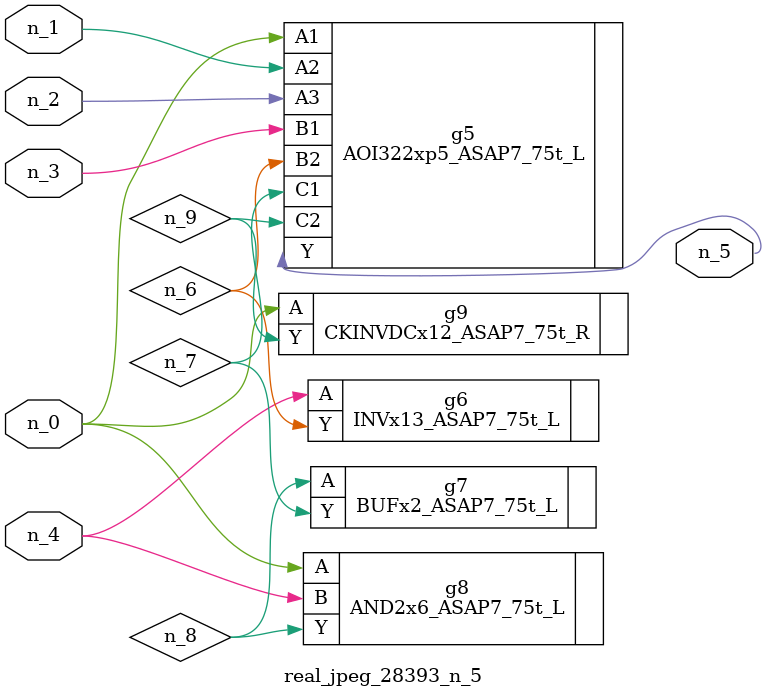
<source format=v>
module real_jpeg_28393_n_5 (n_4, n_0, n_1, n_2, n_3, n_5);

input n_4;
input n_0;
input n_1;
input n_2;
input n_3;

output n_5;

wire n_8;
wire n_6;
wire n_7;
wire n_9;

AOI322xp5_ASAP7_75t_L g5 ( 
.A1(n_0),
.A2(n_1),
.A3(n_2),
.B1(n_3),
.B2(n_6),
.C1(n_7),
.C2(n_9),
.Y(n_5)
);

AND2x6_ASAP7_75t_L g8 ( 
.A(n_0),
.B(n_4),
.Y(n_8)
);

CKINVDCx12_ASAP7_75t_R g9 ( 
.A(n_0),
.Y(n_9)
);

INVx13_ASAP7_75t_L g6 ( 
.A(n_4),
.Y(n_6)
);

BUFx2_ASAP7_75t_L g7 ( 
.A(n_8),
.Y(n_7)
);


endmodule
</source>
